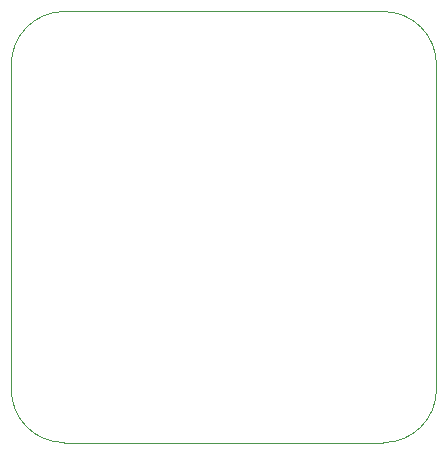
<source format=gbr>
%TF.GenerationSoftware,KiCad,Pcbnew,8.0.5*%
%TF.CreationDate,2024-09-30T19:38:02-05:00*%
%TF.ProjectId,HornProject_v0.0,486f726e-5072-46f6-9a65-63745f76302e,0.0*%
%TF.SameCoordinates,Original*%
%TF.FileFunction,Profile,NP*%
%FSLAX46Y46*%
G04 Gerber Fmt 4.6, Leading zero omitted, Abs format (unit mm)*
G04 Created by KiCad (PCBNEW 8.0.5) date 2024-09-30 19:38:02*
%MOMM*%
%LPD*%
G01*
G04 APERTURE LIST*
%TA.AperFunction,Profile*%
%ADD10C,0.100000*%
%TD*%
G04 APERTURE END LIST*
D10*
X36000000Y-70500000D02*
G75*
G02*
X31500000Y-66000000I0J4500000D01*
G01*
X67500000Y-38500000D02*
X67500000Y-66000000D01*
X31500000Y-38500000D02*
G75*
G02*
X36000000Y-34000000I4500000J0D01*
G01*
X63000000Y-34000000D02*
G75*
G02*
X67500000Y-38500000I0J-4500000D01*
G01*
X63000000Y-70500000D02*
X36000000Y-70500000D01*
X36000000Y-34000000D02*
X63000000Y-34000000D01*
X31500000Y-66000000D02*
X31500000Y-40000000D01*
X31500000Y-40000000D02*
X31500000Y-38500000D01*
X67500000Y-66000000D02*
G75*
G02*
X63000000Y-70500000I-4500000J0D01*
G01*
M02*

</source>
